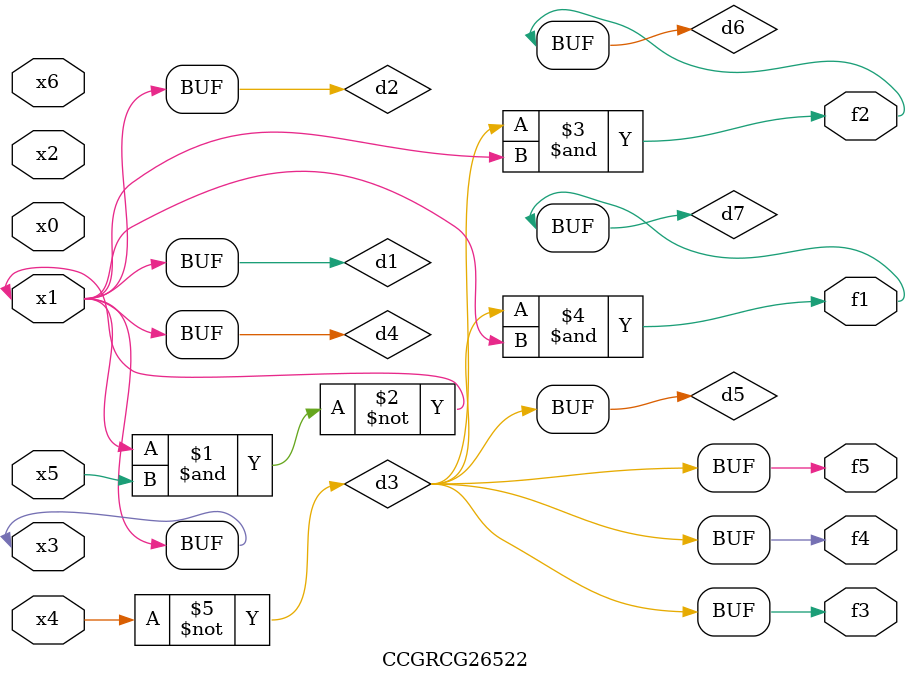
<source format=v>
module CCGRCG26522(
	input x0, x1, x2, x3, x4, x5, x6,
	output f1, f2, f3, f4, f5
);

	wire d1, d2, d3, d4, d5, d6, d7;

	buf (d1, x1, x3);
	nand (d2, x1, x5);
	not (d3, x4);
	buf (d4, d1, d2);
	buf (d5, d3);
	and (d6, d3, d4);
	and (d7, d3, d4);
	assign f1 = d7;
	assign f2 = d6;
	assign f3 = d5;
	assign f4 = d5;
	assign f5 = d5;
endmodule

</source>
